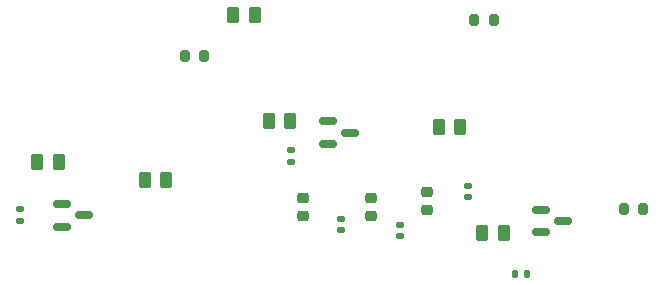
<source format=gbr>
%TF.GenerationSoftware,KiCad,Pcbnew,8.0.1*%
%TF.CreationDate,2024-03-25T00:54:51+02:00*%
%TF.ProjectId,3088,33303838-2e6b-4696-9361-645f70636258,rev?*%
%TF.SameCoordinates,Original*%
%TF.FileFunction,Paste,Top*%
%TF.FilePolarity,Positive*%
%FSLAX46Y46*%
G04 Gerber Fmt 4.6, Leading zero omitted, Abs format (unit mm)*
G04 Created by KiCad (PCBNEW 8.0.1) date 2024-03-25 00:54:51*
%MOMM*%
%LPD*%
G01*
G04 APERTURE LIST*
G04 Aperture macros list*
%AMRoundRect*
0 Rectangle with rounded corners*
0 $1 Rounding radius*
0 $2 $3 $4 $5 $6 $7 $8 $9 X,Y pos of 4 corners*
0 Add a 4 corners polygon primitive as box body*
4,1,4,$2,$3,$4,$5,$6,$7,$8,$9,$2,$3,0*
0 Add four circle primitives for the rounded corners*
1,1,$1+$1,$2,$3*
1,1,$1+$1,$4,$5*
1,1,$1+$1,$6,$7*
1,1,$1+$1,$8,$9*
0 Add four rect primitives between the rounded corners*
20,1,$1+$1,$2,$3,$4,$5,0*
20,1,$1+$1,$4,$5,$6,$7,0*
20,1,$1+$1,$6,$7,$8,$9,0*
20,1,$1+$1,$8,$9,$2,$3,0*%
G04 Aperture macros list end*
%ADD10RoundRect,0.250000X-0.262500X-0.450000X0.262500X-0.450000X0.262500X0.450000X-0.262500X0.450000X0*%
%ADD11RoundRect,0.200000X-0.200000X-0.275000X0.200000X-0.275000X0.200000X0.275000X-0.200000X0.275000X0*%
%ADD12RoundRect,0.250000X0.262500X0.450000X-0.262500X0.450000X-0.262500X-0.450000X0.262500X-0.450000X0*%
%ADD13RoundRect,0.135000X0.185000X-0.135000X0.185000X0.135000X-0.185000X0.135000X-0.185000X-0.135000X0*%
%ADD14RoundRect,0.135000X0.135000X0.185000X-0.135000X0.185000X-0.135000X-0.185000X0.135000X-0.185000X0*%
%ADD15RoundRect,0.200000X0.200000X0.275000X-0.200000X0.275000X-0.200000X-0.275000X0.200000X-0.275000X0*%
%ADD16RoundRect,0.150000X-0.587500X-0.150000X0.587500X-0.150000X0.587500X0.150000X-0.587500X0.150000X0*%
%ADD17RoundRect,0.140000X0.170000X-0.140000X0.170000X0.140000X-0.170000X0.140000X-0.170000X-0.140000X0*%
%ADD18RoundRect,0.225000X0.250000X-0.225000X0.250000X0.225000X-0.250000X0.225000X-0.250000X-0.225000X0*%
G04 APERTURE END LIST*
D10*
%TO.C,R14*%
X156175000Y-74000000D03*
X158000000Y-74000000D03*
%TD*%
D11*
%TO.C,R13*%
X168175000Y-72000000D03*
X169825000Y-72000000D03*
%TD*%
D10*
%TO.C,R12*%
X152500000Y-65000000D03*
X154325000Y-65000000D03*
%TD*%
D12*
%TO.C,R9*%
X129412500Y-69500000D03*
X127587500Y-69500000D03*
%TD*%
D13*
%TO.C,R8*%
X117010000Y-73010000D03*
X117010000Y-71990000D03*
%TD*%
D12*
%TO.C,R7*%
X120325000Y-68000000D03*
X118500000Y-68000000D03*
%TD*%
D10*
%TO.C,R6*%
X135087500Y-55500000D03*
X136912500Y-55500000D03*
%TD*%
D13*
%TO.C,R5*%
X140000000Y-68010000D03*
X140000000Y-66990000D03*
%TD*%
D10*
%TO.C,R4*%
X138087500Y-64500000D03*
X139912500Y-64500000D03*
%TD*%
D14*
%TO.C,R3*%
X160010000Y-77500000D03*
X158990000Y-77500000D03*
%TD*%
D15*
%TO.C,R2*%
X132650000Y-59000000D03*
X131000000Y-59000000D03*
%TD*%
D11*
%TO.C,R1*%
X155500000Y-56000000D03*
X157150000Y-56000000D03*
%TD*%
D16*
%TO.C,Q6*%
X120625000Y-71550000D03*
X120625000Y-73450000D03*
X122500000Y-72500000D03*
%TD*%
%TO.C,Q5*%
X143125000Y-64550000D03*
X143125000Y-66450000D03*
X145000000Y-65500000D03*
%TD*%
%TO.C,Q1*%
X161125000Y-72050000D03*
X161125000Y-73950000D03*
X163000000Y-73000000D03*
%TD*%
D17*
%TO.C,C6*%
X155000000Y-70980000D03*
X155000000Y-70020000D03*
%TD*%
D18*
%TO.C,C5*%
X151500000Y-72050000D03*
X151500000Y-70500000D03*
%TD*%
D17*
%TO.C,C4*%
X149225000Y-74255000D03*
X149225000Y-73295000D03*
%TD*%
D18*
%TO.C,C3*%
X146725000Y-72550000D03*
X146725000Y-71000000D03*
%TD*%
D17*
%TO.C,C2*%
X144225000Y-73735000D03*
X144225000Y-72775000D03*
%TD*%
D18*
%TO.C,C1*%
X141000000Y-72550000D03*
X141000000Y-71000000D03*
%TD*%
M02*

</source>
